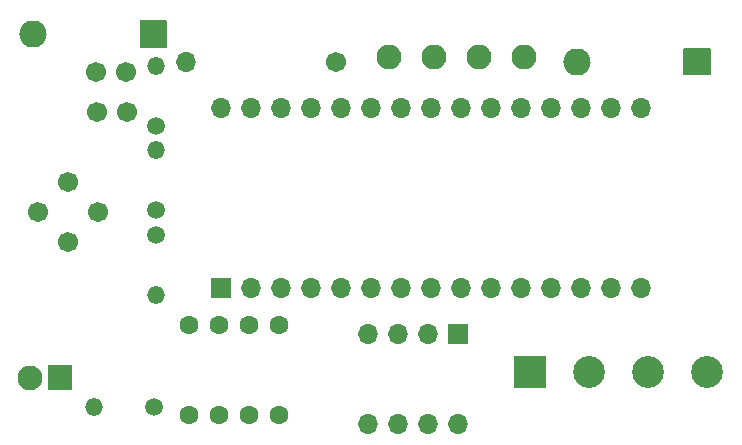
<source format=gbs>
%TF.GenerationSoftware,KiCad,Pcbnew,(5.1.8)-1*%
%TF.CreationDate,2021-01-21T21:37:33-05:00*%
%TF.ProjectId,TTS,5454532e-6b69-4636-9164-5f7063625858,rev?*%
%TF.SameCoordinates,Original*%
%TF.FileFunction,Soldermask,Bot*%
%TF.FilePolarity,Negative*%
%FSLAX46Y46*%
G04 Gerber Fmt 4.6, Leading zero omitted, Abs format (unit mm)*
G04 Created by KiCad (PCBNEW (5.1.8)-1) date 2021-01-21 21:37:33*
%MOMM*%
%LPD*%
G01*
G04 APERTURE LIST*
%ADD10O,1.701600X1.701600*%
%ADD11C,1.701600*%
%ADD12O,2.101600X2.101600*%
%ADD13C,2.101600*%
%ADD14C,2.701600*%
%ADD15C,1.501600*%
%ADD16O,1.501600X1.501600*%
%ADD17C,1.601600*%
%ADD18O,2.301600X2.301600*%
G04 APERTURE END LIST*
%TO.C,SW1*%
G36*
G01*
X177889000Y-99098200D02*
X179489000Y-99098200D01*
G75*
G02*
X179539800Y-99149000I0J-50800D01*
G01*
X179539800Y-100749000D01*
G75*
G02*
X179489000Y-100799800I-50800J0D01*
G01*
X177889000Y-100799800D01*
G75*
G02*
X177838200Y-100749000I0J50800D01*
G01*
X177838200Y-99149000D01*
G75*
G02*
X177889000Y-99098200I50800J0D01*
G01*
G37*
D10*
X171069000Y-107569000D03*
X176149000Y-99949000D03*
X173609000Y-107569000D03*
X173609000Y-99949000D03*
X176149000Y-107569000D03*
X171069000Y-99949000D03*
X178689000Y-107569000D03*
%TD*%
%TO.C,A1*%
G36*
G01*
X159423000Y-96862800D02*
X157823000Y-96862800D01*
G75*
G02*
X157772200Y-96812000I0J50800D01*
G01*
X157772200Y-95212000D01*
G75*
G02*
X157823000Y-95161200I50800J0D01*
G01*
X159423000Y-95161200D01*
G75*
G02*
X159473800Y-95212000I0J-50800D01*
G01*
X159473800Y-96812000D01*
G75*
G02*
X159423000Y-96862800I-50800J0D01*
G01*
G37*
X191643000Y-80772000D03*
X161163000Y-96012000D03*
X189103000Y-80772000D03*
X163703000Y-96012000D03*
X186563000Y-80772000D03*
X166243000Y-96012000D03*
X184023000Y-80772000D03*
X168783000Y-96012000D03*
X181483000Y-80772000D03*
X171323000Y-96012000D03*
X178943000Y-80772000D03*
X173863000Y-96012000D03*
X176403000Y-80772000D03*
X176403000Y-96012000D03*
X173863000Y-80772000D03*
X178943000Y-96012000D03*
X171323000Y-80772000D03*
X181483000Y-96012000D03*
X168783000Y-80772000D03*
X184023000Y-96012000D03*
X166243000Y-80772000D03*
X186563000Y-96012000D03*
X163703000Y-80772000D03*
X189103000Y-96012000D03*
X161163000Y-80772000D03*
X191643000Y-96012000D03*
X158623000Y-80772000D03*
X194183000Y-96012000D03*
X194183000Y-80772000D03*
%TD*%
D11*
%TO.C,C1*%
X148172800Y-81127600D03*
X150672800Y-81127600D03*
%TD*%
%TO.C,C2*%
X150571200Y-77774800D03*
X148071200Y-77774800D03*
%TD*%
D12*
%TO.C,D3*%
X172897800Y-76504800D03*
X176707800Y-76504800D03*
X180517800Y-76504800D03*
X184327800Y-76504800D03*
%TD*%
D13*
%TO.C,D4*%
X142468600Y-103606600D03*
G36*
G01*
X146059400Y-102606600D02*
X146059400Y-104606600D01*
G75*
G02*
X146008600Y-104657400I-50800J0D01*
G01*
X144008600Y-104657400D01*
G75*
G02*
X143957800Y-104606600I0J50800D01*
G01*
X143957800Y-102606600D01*
G75*
G02*
X144008600Y-102555800I50800J0D01*
G01*
X146008600Y-102555800D01*
G75*
G02*
X146059400Y-102606600I0J-50800D01*
G01*
G37*
%TD*%
%TO.C,J1*%
G36*
G01*
X183434200Y-104424000D02*
X183434200Y-101824000D01*
G75*
G02*
X183485000Y-101773200I50800J0D01*
G01*
X186085000Y-101773200D01*
G75*
G02*
X186135800Y-101824000I0J-50800D01*
G01*
X186135800Y-104424000D01*
G75*
G02*
X186085000Y-104474800I-50800J0D01*
G01*
X183485000Y-104474800D01*
G75*
G02*
X183434200Y-104424000I0J50800D01*
G01*
G37*
D14*
X189785000Y-103124000D03*
X194785000Y-103124000D03*
X199785000Y-103124000D03*
%TD*%
D11*
%TO.C,R1*%
X168402000Y-76860400D03*
D10*
X155702000Y-76860400D03*
%TD*%
D15*
%TO.C,R2*%
X153162000Y-82346800D03*
D16*
X153162000Y-77266800D03*
%TD*%
%TO.C,R3*%
X153162000Y-96647000D03*
D15*
X153162000Y-91567000D03*
%TD*%
D16*
%TO.C,R4*%
X153162000Y-84378800D03*
D15*
X153162000Y-89458800D03*
%TD*%
%TO.C,R8*%
X152958800Y-106121200D03*
D16*
X147878800Y-106121200D03*
%TD*%
D17*
%TO.C,U1*%
X155956000Y-99161600D03*
X155956000Y-106781600D03*
X158496000Y-99161600D03*
X158496000Y-106781600D03*
X161036000Y-99161600D03*
X161036000Y-106781600D03*
X163576000Y-99161600D03*
X163576000Y-106781600D03*
%TD*%
D11*
%TO.C,U2*%
X145643600Y-87020400D03*
X148183600Y-89560400D03*
X145643600Y-92100400D03*
X143103600Y-89560400D03*
%TD*%
%TO.C,D1*%
G36*
G01*
X154058800Y-73423600D02*
X154058800Y-75623600D01*
G75*
G02*
X154008000Y-75674400I-50800J0D01*
G01*
X151808000Y-75674400D01*
G75*
G02*
X151757200Y-75623600I0J50800D01*
G01*
X151757200Y-73423600D01*
G75*
G02*
X151808000Y-73372800I50800J0D01*
G01*
X154008000Y-73372800D01*
G75*
G02*
X154058800Y-73423600I0J-50800D01*
G01*
G37*
D18*
X142748000Y-74523600D03*
%TD*%
%TO.C,D2*%
X188772800Y-76860400D03*
G36*
G01*
X200083600Y-75760400D02*
X200083600Y-77960400D01*
G75*
G02*
X200032800Y-78011200I-50800J0D01*
G01*
X197832800Y-78011200D01*
G75*
G02*
X197782000Y-77960400I0J50800D01*
G01*
X197782000Y-75760400D01*
G75*
G02*
X197832800Y-75709600I50800J0D01*
G01*
X200032800Y-75709600D01*
G75*
G02*
X200083600Y-75760400I0J-50800D01*
G01*
G37*
%TD*%
M02*

</source>
